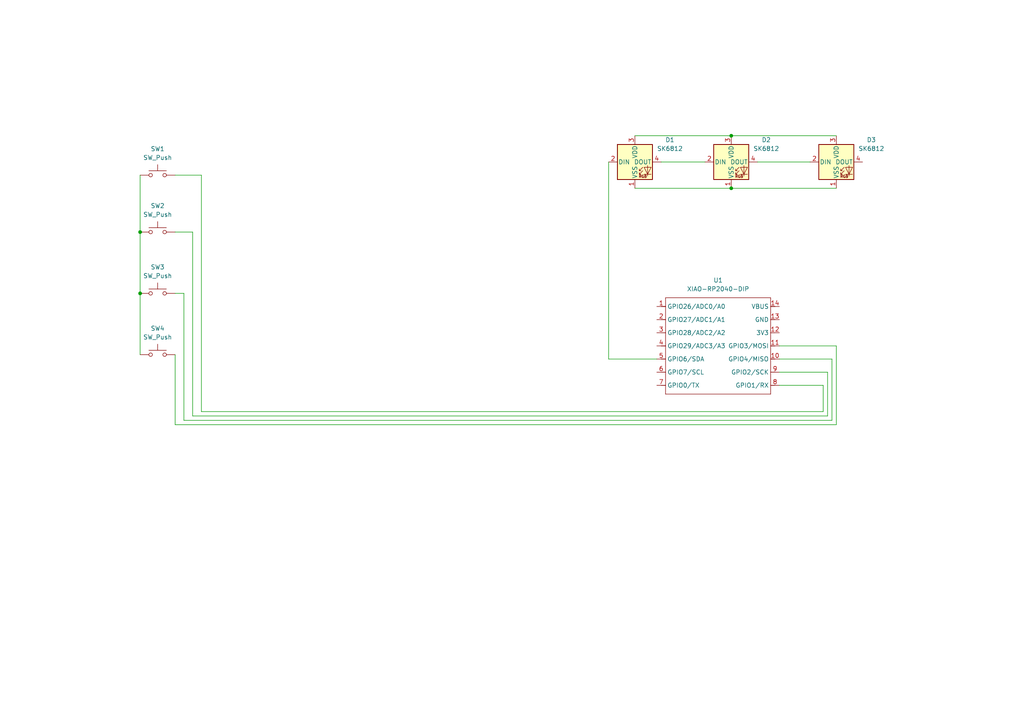
<source format=kicad_sch>
(kicad_sch
	(version 20250114)
	(generator "eeschema")
	(generator_version "9.0")
	(uuid "6be35190-8af3-464b-b098-1f060edcd2ee")
	(paper "A4")
	(lib_symbols
		(symbol "LED:SK6812"
			(pin_names
				(offset 0.254)
			)
			(exclude_from_sim no)
			(in_bom yes)
			(on_board yes)
			(property "Reference" "D"
				(at 5.08 5.715 0)
				(effects
					(font
						(size 1.27 1.27)
					)
					(justify right bottom)
				)
			)
			(property "Value" "SK6812"
				(at 1.27 -5.715 0)
				(effects
					(font
						(size 1.27 1.27)
					)
					(justify left top)
				)
			)
			(property "Footprint" "LED_SMD:LED_SK6812_PLCC4_5.0x5.0mm_P3.2mm"
				(at 1.27 -7.62 0)
				(effects
					(font
						(size 1.27 1.27)
					)
					(justify left top)
					(hide yes)
				)
			)
			(property "Datasheet" "https://cdn-shop.adafruit.com/product-files/1138/SK6812+LED+datasheet+.pdf"
				(at 2.54 -9.525 0)
				(effects
					(font
						(size 1.27 1.27)
					)
					(justify left top)
					(hide yes)
				)
			)
			(property "Description" "RGB LED with integrated controller"
				(at 0 0 0)
				(effects
					(font
						(size 1.27 1.27)
					)
					(hide yes)
				)
			)
			(property "ki_keywords" "RGB LED NeoPixel addressable"
				(at 0 0 0)
				(effects
					(font
						(size 1.27 1.27)
					)
					(hide yes)
				)
			)
			(property "ki_fp_filters" "LED*SK6812*PLCC*5.0x5.0mm*P3.2mm*"
				(at 0 0 0)
				(effects
					(font
						(size 1.27 1.27)
					)
					(hide yes)
				)
			)
			(symbol "SK6812_0_0"
				(text "RGB"
					(at 2.286 -4.191 0)
					(effects
						(font
							(size 0.762 0.762)
						)
					)
				)
			)
			(symbol "SK6812_0_1"
				(polyline
					(pts
						(xy 1.27 -2.54) (xy 1.778 -2.54)
					)
					(stroke
						(width 0)
						(type default)
					)
					(fill
						(type none)
					)
				)
				(polyline
					(pts
						(xy 1.27 -3.556) (xy 1.778 -3.556)
					)
					(stroke
						(width 0)
						(type default)
					)
					(fill
						(type none)
					)
				)
				(polyline
					(pts
						(xy 2.286 -1.524) (xy 1.27 -2.54) (xy 1.27 -2.032)
					)
					(stroke
						(width 0)
						(type default)
					)
					(fill
						(type none)
					)
				)
				(polyline
					(pts
						(xy 2.286 -2.54) (xy 1.27 -3.556) (xy 1.27 -3.048)
					)
					(stroke
						(width 0)
						(type default)
					)
					(fill
						(type none)
					)
				)
				(polyline
					(pts
						(xy 3.683 -1.016) (xy 3.683 -3.556) (xy 3.683 -4.064)
					)
					(stroke
						(width 0)
						(type default)
					)
					(fill
						(type none)
					)
				)
				(polyline
					(pts
						(xy 4.699 -1.524) (xy 2.667 -1.524) (xy 3.683 -3.556) (xy 4.699 -1.524)
					)
					(stroke
						(width 0)
						(type default)
					)
					(fill
						(type none)
					)
				)
				(polyline
					(pts
						(xy 4.699 -3.556) (xy 2.667 -3.556)
					)
					(stroke
						(width 0)
						(type default)
					)
					(fill
						(type none)
					)
				)
				(rectangle
					(start 5.08 5.08)
					(end -5.08 -5.08)
					(stroke
						(width 0.254)
						(type default)
					)
					(fill
						(type background)
					)
				)
			)
			(symbol "SK6812_1_1"
				(pin input line
					(at -7.62 0 0)
					(length 2.54)
					(name "DIN"
						(effects
							(font
								(size 1.27 1.27)
							)
						)
					)
					(number "2"
						(effects
							(font
								(size 1.27 1.27)
							)
						)
					)
				)
				(pin power_in line
					(at 0 7.62 270)
					(length 2.54)
					(name "VDD"
						(effects
							(font
								(size 1.27 1.27)
							)
						)
					)
					(number "3"
						(effects
							(font
								(size 1.27 1.27)
							)
						)
					)
				)
				(pin power_in line
					(at 0 -7.62 90)
					(length 2.54)
					(name "VSS"
						(effects
							(font
								(size 1.27 1.27)
							)
						)
					)
					(number "1"
						(effects
							(font
								(size 1.27 1.27)
							)
						)
					)
				)
				(pin output line
					(at 7.62 0 180)
					(length 2.54)
					(name "DOUT"
						(effects
							(font
								(size 1.27 1.27)
							)
						)
					)
					(number "4"
						(effects
							(font
								(size 1.27 1.27)
							)
						)
					)
				)
			)
			(embedded_fonts no)
		)
		(symbol "Seeed Studio XIAO:XIAO-RP2040-DIP"
			(exclude_from_sim no)
			(in_bom yes)
			(on_board yes)
			(property "Reference" "U"
				(at 0 0 0)
				(effects
					(font
						(size 1.27 1.27)
					)
				)
			)
			(property "Value" "XIAO-RP2040-DIP"
				(at 5.334 -1.778 0)
				(effects
					(font
						(size 1.27 1.27)
					)
				)
			)
			(property "Footprint" "Module:MOUDLE14P-XIAO-DIP-SMD"
				(at 14.478 -32.258 0)
				(effects
					(font
						(size 1.27 1.27)
					)
					(hide yes)
				)
			)
			(property "Datasheet" ""
				(at 0 0 0)
				(effects
					(font
						(size 1.27 1.27)
					)
					(hide yes)
				)
			)
			(property "Description" ""
				(at 0 0 0)
				(effects
					(font
						(size 1.27 1.27)
					)
					(hide yes)
				)
			)
			(symbol "XIAO-RP2040-DIP_1_0"
				(polyline
					(pts
						(xy -1.27 -2.54) (xy 29.21 -2.54)
					)
					(stroke
						(width 0.1524)
						(type solid)
					)
					(fill
						(type none)
					)
				)
				(polyline
					(pts
						(xy -1.27 -5.08) (xy -2.54 -5.08)
					)
					(stroke
						(width 0.1524)
						(type solid)
					)
					(fill
						(type none)
					)
				)
				(polyline
					(pts
						(xy -1.27 -5.08) (xy -1.27 -2.54)
					)
					(stroke
						(width 0.1524)
						(type solid)
					)
					(fill
						(type none)
					)
				)
				(polyline
					(pts
						(xy -1.27 -8.89) (xy -2.54 -8.89)
					)
					(stroke
						(width 0.1524)
						(type solid)
					)
					(fill
						(type none)
					)
				)
				(polyline
					(pts
						(xy -1.27 -8.89) (xy -1.27 -5.08)
					)
					(stroke
						(width 0.1524)
						(type solid)
					)
					(fill
						(type none)
					)
				)
				(polyline
					(pts
						(xy -1.27 -12.7) (xy -2.54 -12.7)
					)
					(stroke
						(width 0.1524)
						(type solid)
					)
					(fill
						(type none)
					)
				)
				(polyline
					(pts
						(xy -1.27 -12.7) (xy -1.27 -8.89)
					)
					(stroke
						(width 0.1524)
						(type solid)
					)
					(fill
						(type none)
					)
				)
				(polyline
					(pts
						(xy -1.27 -16.51) (xy -2.54 -16.51)
					)
					(stroke
						(width 0.1524)
						(type solid)
					)
					(fill
						(type none)
					)
				)
				(polyline
					(pts
						(xy -1.27 -16.51) (xy -1.27 -12.7)
					)
					(stroke
						(width 0.1524)
						(type solid)
					)
					(fill
						(type none)
					)
				)
				(polyline
					(pts
						(xy -1.27 -20.32) (xy -2.54 -20.32)
					)
					(stroke
						(width 0.1524)
						(type solid)
					)
					(fill
						(type none)
					)
				)
				(polyline
					(pts
						(xy -1.27 -24.13) (xy -2.54 -24.13)
					)
					(stroke
						(width 0.1524)
						(type solid)
					)
					(fill
						(type none)
					)
				)
				(polyline
					(pts
						(xy -1.27 -27.94) (xy -2.54 -27.94)
					)
					(stroke
						(width 0.1524)
						(type solid)
					)
					(fill
						(type none)
					)
				)
				(polyline
					(pts
						(xy -1.27 -30.48) (xy -1.27 -16.51)
					)
					(stroke
						(width 0.1524)
						(type solid)
					)
					(fill
						(type none)
					)
				)
				(polyline
					(pts
						(xy 29.21 -2.54) (xy 29.21 -5.08)
					)
					(stroke
						(width 0.1524)
						(type solid)
					)
					(fill
						(type none)
					)
				)
				(polyline
					(pts
						(xy 29.21 -5.08) (xy 29.21 -8.89)
					)
					(stroke
						(width 0.1524)
						(type solid)
					)
					(fill
						(type none)
					)
				)
				(polyline
					(pts
						(xy 29.21 -8.89) (xy 29.21 -12.7)
					)
					(stroke
						(width 0.1524)
						(type solid)
					)
					(fill
						(type none)
					)
				)
				(polyline
					(pts
						(xy 29.21 -12.7) (xy 29.21 -30.48)
					)
					(stroke
						(width 0.1524)
						(type solid)
					)
					(fill
						(type none)
					)
				)
				(polyline
					(pts
						(xy 29.21 -30.48) (xy -1.27 -30.48)
					)
					(stroke
						(width 0.1524)
						(type solid)
					)
					(fill
						(type none)
					)
				)
				(polyline
					(pts
						(xy 30.48 -5.08) (xy 29.21 -5.08)
					)
					(stroke
						(width 0.1524)
						(type solid)
					)
					(fill
						(type none)
					)
				)
				(polyline
					(pts
						(xy 30.48 -8.89) (xy 29.21 -8.89)
					)
					(stroke
						(width 0.1524)
						(type solid)
					)
					(fill
						(type none)
					)
				)
				(polyline
					(pts
						(xy 30.48 -12.7) (xy 29.21 -12.7)
					)
					(stroke
						(width 0.1524)
						(type solid)
					)
					(fill
						(type none)
					)
				)
				(polyline
					(pts
						(xy 30.48 -16.51) (xy 29.21 -16.51)
					)
					(stroke
						(width 0.1524)
						(type solid)
					)
					(fill
						(type none)
					)
				)
				(polyline
					(pts
						(xy 30.48 -20.32) (xy 29.21 -20.32)
					)
					(stroke
						(width 0.1524)
						(type solid)
					)
					(fill
						(type none)
					)
				)
				(polyline
					(pts
						(xy 30.48 -24.13) (xy 29.21 -24.13)
					)
					(stroke
						(width 0.1524)
						(type solid)
					)
					(fill
						(type none)
					)
				)
				(polyline
					(pts
						(xy 30.48 -27.94) (xy 29.21 -27.94)
					)
					(stroke
						(width 0.1524)
						(type solid)
					)
					(fill
						(type none)
					)
				)
				(pin passive line
					(at -3.81 -5.08 0)
					(length 2.54)
					(name "GPIO26/ADC0/A0"
						(effects
							(font
								(size 1.27 1.27)
							)
						)
					)
					(number "1"
						(effects
							(font
								(size 1.27 1.27)
							)
						)
					)
				)
				(pin passive line
					(at -3.81 -8.89 0)
					(length 2.54)
					(name "GPIO27/ADC1/A1"
						(effects
							(font
								(size 1.27 1.27)
							)
						)
					)
					(number "2"
						(effects
							(font
								(size 1.27 1.27)
							)
						)
					)
				)
				(pin passive line
					(at -3.81 -12.7 0)
					(length 2.54)
					(name "GPIO28/ADC2/A2"
						(effects
							(font
								(size 1.27 1.27)
							)
						)
					)
					(number "3"
						(effects
							(font
								(size 1.27 1.27)
							)
						)
					)
				)
				(pin passive line
					(at -3.81 -16.51 0)
					(length 2.54)
					(name "GPIO29/ADC3/A3"
						(effects
							(font
								(size 1.27 1.27)
							)
						)
					)
					(number "4"
						(effects
							(font
								(size 1.27 1.27)
							)
						)
					)
				)
				(pin passive line
					(at -3.81 -20.32 0)
					(length 2.54)
					(name "GPIO6/SDA"
						(effects
							(font
								(size 1.27 1.27)
							)
						)
					)
					(number "5"
						(effects
							(font
								(size 1.27 1.27)
							)
						)
					)
				)
				(pin passive line
					(at -3.81 -24.13 0)
					(length 2.54)
					(name "GPIO7/SCL"
						(effects
							(font
								(size 1.27 1.27)
							)
						)
					)
					(number "6"
						(effects
							(font
								(size 1.27 1.27)
							)
						)
					)
				)
				(pin passive line
					(at -3.81 -27.94 0)
					(length 2.54)
					(name "GPIO0/TX"
						(effects
							(font
								(size 1.27 1.27)
							)
						)
					)
					(number "7"
						(effects
							(font
								(size 1.27 1.27)
							)
						)
					)
				)
				(pin passive line
					(at 31.75 -5.08 180)
					(length 2.54)
					(name "VBUS"
						(effects
							(font
								(size 1.27 1.27)
							)
						)
					)
					(number "14"
						(effects
							(font
								(size 1.27 1.27)
							)
						)
					)
				)
				(pin passive line
					(at 31.75 -8.89 180)
					(length 2.54)
					(name "GND"
						(effects
							(font
								(size 1.27 1.27)
							)
						)
					)
					(number "13"
						(effects
							(font
								(size 1.27 1.27)
							)
						)
					)
				)
				(pin passive line
					(at 31.75 -12.7 180)
					(length 2.54)
					(name "3V3"
						(effects
							(font
								(size 1.27 1.27)
							)
						)
					)
					(number "12"
						(effects
							(font
								(size 1.27 1.27)
							)
						)
					)
				)
				(pin passive line
					(at 31.75 -16.51 180)
					(length 2.54)
					(name "GPIO3/MOSI"
						(effects
							(font
								(size 1.27 1.27)
							)
						)
					)
					(number "11"
						(effects
							(font
								(size 1.27 1.27)
							)
						)
					)
				)
				(pin passive line
					(at 31.75 -20.32 180)
					(length 2.54)
					(name "GPIO4/MISO"
						(effects
							(font
								(size 1.27 1.27)
							)
						)
					)
					(number "10"
						(effects
							(font
								(size 1.27 1.27)
							)
						)
					)
				)
				(pin passive line
					(at 31.75 -24.13 180)
					(length 2.54)
					(name "GPIO2/SCK"
						(effects
							(font
								(size 1.27 1.27)
							)
						)
					)
					(number "9"
						(effects
							(font
								(size 1.27 1.27)
							)
						)
					)
				)
				(pin passive line
					(at 31.75 -27.94 180)
					(length 2.54)
					(name "GPIO1/RX"
						(effects
							(font
								(size 1.27 1.27)
							)
						)
					)
					(number "8"
						(effects
							(font
								(size 1.27 1.27)
							)
						)
					)
				)
			)
			(embedded_fonts no)
		)
		(symbol "Switch:SW_Push"
			(pin_numbers
				(hide yes)
			)
			(pin_names
				(offset 1.016)
				(hide yes)
			)
			(exclude_from_sim no)
			(in_bom yes)
			(on_board yes)
			(property "Reference" "SW"
				(at 1.27 2.54 0)
				(effects
					(font
						(size 1.27 1.27)
					)
					(justify left)
				)
			)
			(property "Value" "SW_Push"
				(at 0 -1.524 0)
				(effects
					(font
						(size 1.27 1.27)
					)
				)
			)
			(property "Footprint" ""
				(at 0 5.08 0)
				(effects
					(font
						(size 1.27 1.27)
					)
					(hide yes)
				)
			)
			(property "Datasheet" "~"
				(at 0 5.08 0)
				(effects
					(font
						(size 1.27 1.27)
					)
					(hide yes)
				)
			)
			(property "Description" "Push button switch, generic, two pins"
				(at 0 0 0)
				(effects
					(font
						(size 1.27 1.27)
					)
					(hide yes)
				)
			)
			(property "ki_keywords" "switch normally-open pushbutton push-button"
				(at 0 0 0)
				(effects
					(font
						(size 1.27 1.27)
					)
					(hide yes)
				)
			)
			(symbol "SW_Push_0_1"
				(circle
					(center -2.032 0)
					(radius 0.508)
					(stroke
						(width 0)
						(type default)
					)
					(fill
						(type none)
					)
				)
				(polyline
					(pts
						(xy 0 1.27) (xy 0 3.048)
					)
					(stroke
						(width 0)
						(type default)
					)
					(fill
						(type none)
					)
				)
				(circle
					(center 2.032 0)
					(radius 0.508)
					(stroke
						(width 0)
						(type default)
					)
					(fill
						(type none)
					)
				)
				(polyline
					(pts
						(xy 2.54 1.27) (xy -2.54 1.27)
					)
					(stroke
						(width 0)
						(type default)
					)
					(fill
						(type none)
					)
				)
				(pin passive line
					(at -5.08 0 0)
					(length 2.54)
					(name "1"
						(effects
							(font
								(size 1.27 1.27)
							)
						)
					)
					(number "1"
						(effects
							(font
								(size 1.27 1.27)
							)
						)
					)
				)
				(pin passive line
					(at 5.08 0 180)
					(length 2.54)
					(name "2"
						(effects
							(font
								(size 1.27 1.27)
							)
						)
					)
					(number "2"
						(effects
							(font
								(size 1.27 1.27)
							)
						)
					)
				)
			)
			(embedded_fonts no)
		)
	)
	(junction
		(at 40.64 85.09)
		(diameter 0)
		(color 0 0 0 0)
		(uuid "52d94f34-7e48-4c31-9ca5-d075c7948ea1")
	)
	(junction
		(at 40.64 67.31)
		(diameter 0)
		(color 0 0 0 0)
		(uuid "7d977ae0-4d55-447f-bb93-8356a4b5f5e3")
	)
	(junction
		(at 212.09 39.37)
		(diameter 0)
		(color 0 0 0 0)
		(uuid "b9c469a0-d08b-4735-9f67-1e1ebdb486d0")
	)
	(junction
		(at 212.09 54.61)
		(diameter 0)
		(color 0 0 0 0)
		(uuid "eccbea9c-2bc7-40d9-845f-b6d3cf6fa610")
	)
	(wire
		(pts
			(xy 40.64 50.8) (xy 40.64 67.31)
		)
		(stroke
			(width 0)
			(type default)
		)
		(uuid "02f7b181-cbcd-4a2b-bf01-c96447ff3564")
	)
	(wire
		(pts
			(xy 50.8 67.31) (xy 55.88 67.31)
		)
		(stroke
			(width 0)
			(type default)
		)
		(uuid "030218dd-20f4-4944-b631-c5071e08d64d")
	)
	(wire
		(pts
			(xy 55.88 120.65) (xy 240.03 120.65)
		)
		(stroke
			(width 0)
			(type default)
		)
		(uuid "08c283e4-b65a-40a8-8392-8c43736bff11")
	)
	(wire
		(pts
			(xy 50.8 85.09) (xy 53.34 85.09)
		)
		(stroke
			(width 0)
			(type default)
		)
		(uuid "13ce581a-cf5f-4098-9f17-c6ef5c7b0f8a")
	)
	(wire
		(pts
			(xy 40.64 85.09) (xy 40.64 102.87)
		)
		(stroke
			(width 0)
			(type default)
		)
		(uuid "2df01c73-939a-4493-834f-7d31606d4b67")
	)
	(wire
		(pts
			(xy 53.34 121.92) (xy 241.3 121.92)
		)
		(stroke
			(width 0)
			(type default)
		)
		(uuid "2e8984b0-0698-404b-b4cc-2e9a7f882141")
	)
	(wire
		(pts
			(xy 50.8 102.87) (xy 50.8 123.19)
		)
		(stroke
			(width 0)
			(type default)
		)
		(uuid "30f7a628-039f-41ff-8ac8-fda9a92e42c9")
	)
	(wire
		(pts
			(xy 50.8 123.19) (xy 242.57 123.19)
		)
		(stroke
			(width 0)
			(type default)
		)
		(uuid "3d374d2a-6db0-4900-b512-ce447fcac0ce")
	)
	(wire
		(pts
			(xy 55.88 67.31) (xy 55.88 120.65)
		)
		(stroke
			(width 0)
			(type default)
		)
		(uuid "44da3dbd-bce3-4ef2-9181-db0be731132b")
	)
	(wire
		(pts
			(xy 238.76 119.38) (xy 238.76 111.76)
		)
		(stroke
			(width 0)
			(type default)
		)
		(uuid "48953f24-9cf7-430d-ad4a-60cb8f16e1ae")
	)
	(wire
		(pts
			(xy 176.53 46.99) (xy 176.53 104.14)
		)
		(stroke
			(width 0)
			(type default)
		)
		(uuid "4b246c2f-b2f8-4e11-9a13-8de47505846e")
	)
	(wire
		(pts
			(xy 240.03 107.95) (xy 226.06 107.95)
		)
		(stroke
			(width 0)
			(type default)
		)
		(uuid "537b0b9d-7cf5-4b91-9bb6-a341688d4482")
	)
	(wire
		(pts
			(xy 53.34 85.09) (xy 53.34 121.92)
		)
		(stroke
			(width 0)
			(type default)
		)
		(uuid "57b66182-677d-4605-b8ce-47b6324ab948")
	)
	(wire
		(pts
			(xy 58.42 50.8) (xy 58.42 119.38)
		)
		(stroke
			(width 0)
			(type default)
		)
		(uuid "5d4e3b97-c846-43d7-b519-f75eed95c843")
	)
	(wire
		(pts
			(xy 242.57 123.19) (xy 242.57 100.33)
		)
		(stroke
			(width 0)
			(type default)
		)
		(uuid "705bf33b-0943-43ef-8ee3-c7d5e140750d")
	)
	(wire
		(pts
			(xy 184.15 54.61) (xy 212.09 54.61)
		)
		(stroke
			(width 0)
			(type default)
		)
		(uuid "8bc41f82-f14c-49b6-9ab5-6a2dcf1daeba")
	)
	(wire
		(pts
			(xy 191.77 46.99) (xy 204.47 46.99)
		)
		(stroke
			(width 0)
			(type default)
		)
		(uuid "8bdf493f-b0be-474f-b479-c1942b046a70")
	)
	(wire
		(pts
			(xy 50.8 50.8) (xy 58.42 50.8)
		)
		(stroke
			(width 0)
			(type default)
		)
		(uuid "986073a0-c8d7-4579-b52d-aea1c6522eb9")
	)
	(wire
		(pts
			(xy 176.53 104.14) (xy 190.5 104.14)
		)
		(stroke
			(width 0)
			(type default)
		)
		(uuid "989f14a3-72fe-4e87-8333-206de4966b6c")
	)
	(wire
		(pts
			(xy 242.57 100.33) (xy 226.06 100.33)
		)
		(stroke
			(width 0)
			(type default)
		)
		(uuid "a0c72e71-234b-4379-88a5-e405bfbc07d9")
	)
	(wire
		(pts
			(xy 40.64 67.31) (xy 40.64 85.09)
		)
		(stroke
			(width 0)
			(type default)
		)
		(uuid "aa7a66c3-02ed-41bf-9baa-a46c27646e9d")
	)
	(wire
		(pts
			(xy 241.3 121.92) (xy 241.3 104.14)
		)
		(stroke
			(width 0)
			(type default)
		)
		(uuid "ad016505-9c52-42d4-8024-cff3ab8baca6")
	)
	(wire
		(pts
			(xy 184.15 39.37) (xy 212.09 39.37)
		)
		(stroke
			(width 0)
			(type default)
		)
		(uuid "b650ccc3-2c62-4c96-97a8-ec8a0901fc07")
	)
	(wire
		(pts
			(xy 226.06 104.14) (xy 241.3 104.14)
		)
		(stroke
			(width 0)
			(type default)
		)
		(uuid "bef0783f-c8c1-42e1-a23e-d7a94a9adf47")
	)
	(wire
		(pts
			(xy 58.42 119.38) (xy 238.76 119.38)
		)
		(stroke
			(width 0)
			(type default)
		)
		(uuid "bfaccaf4-0a77-4b0d-bacd-570b604747ce")
	)
	(wire
		(pts
			(xy 219.71 46.99) (xy 234.95 46.99)
		)
		(stroke
			(width 0)
			(type default)
		)
		(uuid "c578df22-9a52-471a-83a1-476ea31cc698")
	)
	(wire
		(pts
			(xy 238.76 111.76) (xy 226.06 111.76)
		)
		(stroke
			(width 0)
			(type default)
		)
		(uuid "c6afd45c-56c0-4083-8328-5b4111ab610c")
	)
	(wire
		(pts
			(xy 212.09 54.61) (xy 242.57 54.61)
		)
		(stroke
			(width 0)
			(type default)
		)
		(uuid "cc4d8c86-0f09-4339-9ed1-a9338e3d65bd")
	)
	(wire
		(pts
			(xy 240.03 120.65) (xy 240.03 107.95)
		)
		(stroke
			(width 0)
			(type default)
		)
		(uuid "cfadc0c7-2a5f-4a6e-8127-eef696a405d9")
	)
	(wire
		(pts
			(xy 212.09 39.37) (xy 242.57 39.37)
		)
		(stroke
			(width 0)
			(type default)
		)
		(uuid "e9e68b42-65b5-4e22-8e61-3b9c0f04e8a7")
	)
	(symbol
		(lib_id "Seeed Studio XIAO:XIAO-RP2040-DIP")
		(at 194.31 83.82 0)
		(unit 1)
		(exclude_from_sim no)
		(in_bom yes)
		(on_board yes)
		(dnp no)
		(fields_autoplaced yes)
		(uuid "0b56da83-491a-49a1-b4e8-4651e7a8105f")
		(property "Reference" "U1"
			(at 208.28 81.28 0)
			(effects
				(font
					(size 1.27 1.27)
				)
			)
		)
		(property "Value" "XIAO-RP2040-DIP"
			(at 208.28 83.82 0)
			(effects
				(font
					(size 1.27 1.27)
				)
			)
		)
		(property "Footprint" "Seeed Studio XIAO:XIAO-RP2040-DIP"
			(at 208.788 116.078 0)
			(effects
				(font
					(size 1.27 1.27)
				)
				(hide yes)
			)
		)
		(property "Datasheet" ""
			(at 194.31 83.82 0)
			(effects
				(font
					(size 1.27 1.27)
				)
				(hide yes)
			)
		)
		(property "Description" ""
			(at 194.31 83.82 0)
			(effects
				(font
					(size 1.27 1.27)
				)
				(hide yes)
			)
		)
		(pin "1"
			(uuid "9eb2f56f-98a9-4cc1-9e59-d1e4b43c1f79")
		)
		(pin "4"
			(uuid "8b48a057-cb82-414e-adc8-d938a6b2539c")
		)
		(pin "8"
			(uuid "2aeb2a5f-7c8e-4581-93ca-d8ef99021893")
		)
		(pin "3"
			(uuid "f11213d6-31ed-48fc-a601-d4f54c4ac8d3")
		)
		(pin "6"
			(uuid "08580fec-dba3-4c0d-b537-afcb8135dd2c")
		)
		(pin "5"
			(uuid "0cda5caa-3520-4a0f-81b0-3b756622afaf")
		)
		(pin "14"
			(uuid "6405cd8a-65e5-493b-93ca-ff23481e8555")
		)
		(pin "9"
			(uuid "c6c9cfde-9357-4bd6-ba1e-d5a6a51c4b55")
		)
		(pin "7"
			(uuid "47c7e115-6f92-4440-8c4d-23734deded62")
		)
		(pin "13"
			(uuid "381c9639-2ce3-4d20-a446-4a8460affec9")
		)
		(pin "12"
			(uuid "a9ce4d71-ad4d-4ccd-860b-7095088f0781")
		)
		(pin "10"
			(uuid "8a6ef44c-de02-4a2e-a455-0e1ff6dcd4de")
		)
		(pin "2"
			(uuid "103612c3-1922-4d31-9661-864fe2ff2b8c")
		)
		(pin "11"
			(uuid "dc0728e2-75e7-4f6e-9bf4-7ea64cdea408")
		)
		(instances
			(project ""
				(path "/6be35190-8af3-464b-b098-1f060edcd2ee"
					(reference "U1")
					(unit 1)
				)
			)
		)
	)
	(symbol
		(lib_id "LED:SK6812")
		(at 242.57 46.99 0)
		(unit 1)
		(exclude_from_sim no)
		(in_bom yes)
		(on_board yes)
		(dnp no)
		(fields_autoplaced yes)
		(uuid "0ca7413c-4ea1-4df6-a180-40271e919a6f")
		(property "Reference" "D3"
			(at 252.73 40.5698 0)
			(effects
				(font
					(size 1.27 1.27)
				)
			)
		)
		(property "Value" "SK6812"
			(at 252.73 43.1098 0)
			(effects
				(font
					(size 1.27 1.27)
				)
			)
		)
		(property "Footprint" "LED_SMD:LED_SK6812MINI_PLCC4_3.5x3.5mm_P1.75mm"
			(at 243.84 54.61 0)
			(effects
				(font
					(size 1.27 1.27)
				)
				(justify left top)
				(hide yes)
			)
		)
		(property "Datasheet" "https://cdn-shop.adafruit.com/product-files/1138/SK6812+LED+datasheet+.pdf"
			(at 245.11 56.515 0)
			(effects
				(font
					(size 1.27 1.27)
				)
				(justify left top)
				(hide yes)
			)
		)
		(property "Description" "RGB LED with integrated controller"
			(at 242.57 46.99 0)
			(effects
				(font
					(size 1.27 1.27)
				)
				(hide yes)
			)
		)
		(pin "1"
			(uuid "cb1711f7-dcfa-4585-8602-853758988bd6")
		)
		(pin "3"
			(uuid "20a37fad-1e2c-4660-9575-bb8cb9b9913d")
		)
		(pin "4"
			(uuid "65730a4b-e576-47de-bc97-bcdca538ea4b")
		)
		(pin "2"
			(uuid "251949c3-faab-4f84-bcc2-cb45b81d02ec")
		)
		(instances
			(project ""
				(path "/6be35190-8af3-464b-b098-1f060edcd2ee"
					(reference "D3")
					(unit 1)
				)
			)
		)
	)
	(symbol
		(lib_id "LED:SK6812")
		(at 212.09 46.99 0)
		(unit 1)
		(exclude_from_sim no)
		(in_bom yes)
		(on_board yes)
		(dnp no)
		(fields_autoplaced yes)
		(uuid "145f5d2a-194d-4c69-84f7-17410d59090c")
		(property "Reference" "D2"
			(at 222.25 40.5698 0)
			(effects
				(font
					(size 1.27 1.27)
				)
			)
		)
		(property "Value" "SK6812"
			(at 222.25 43.1098 0)
			(effects
				(font
					(size 1.27 1.27)
				)
			)
		)
		(property "Footprint" "LED_SMD:LED_SK6812MINI_PLCC4_3.5x3.5mm_P1.75mm"
			(at 213.36 54.61 0)
			(effects
				(font
					(size 1.27 1.27)
				)
				(justify left top)
				(hide yes)
			)
		)
		(property "Datasheet" "https://cdn-shop.adafruit.com/product-files/1138/SK6812+LED+datasheet+.pdf"
			(at 214.63 56.515 0)
			(effects
				(font
					(size 1.27 1.27)
				)
				(justify left top)
				(hide yes)
			)
		)
		(property "Description" "RGB LED with integrated controller"
			(at 212.09 46.99 0)
			(effects
				(font
					(size 1.27 1.27)
				)
				(hide yes)
			)
		)
		(pin "1"
			(uuid "cb1711f7-dcfa-4585-8602-853758988bd6")
		)
		(pin "3"
			(uuid "20a37fad-1e2c-4660-9575-bb8cb9b9913d")
		)
		(pin "4"
			(uuid "65730a4b-e576-47de-bc97-bcdca538ea4b")
		)
		(pin "2"
			(uuid "251949c3-faab-4f84-bcc2-cb45b81d02ec")
		)
		(instances
			(project ""
				(path "/6be35190-8af3-464b-b098-1f060edcd2ee"
					(reference "D2")
					(unit 1)
				)
			)
		)
	)
	(symbol
		(lib_id "Switch:SW_Push")
		(at 45.72 50.8 0)
		(unit 1)
		(exclude_from_sim no)
		(in_bom yes)
		(on_board yes)
		(dnp no)
		(fields_autoplaced yes)
		(uuid "17b0841d-6067-4226-a011-17ac74d9d05a")
		(property "Reference" "SW1"
			(at 45.72 43.18 0)
			(effects
				(font
					(size 1.27 1.27)
				)
			)
		)
		(property "Value" "SW_Push"
			(at 45.72 45.72 0)
			(effects
				(font
					(size 1.27 1.27)
				)
			)
		)
		(property "Footprint" "Button_Switch_Keyboard:SW_Cherry_MX_1.00u_PCB"
			(at 45.72 45.72 0)
			(effects
				(font
					(size 1.27 1.27)
				)
				(hide yes)
			)
		)
		(property "Datasheet" "~"
			(at 45.72 45.72 0)
			(effects
				(font
					(size 1.27 1.27)
				)
				(hide yes)
			)
		)
		(property "Description" "Push button switch, generic, two pins"
			(at 45.72 50.8 0)
			(effects
				(font
					(size 1.27 1.27)
				)
				(hide yes)
			)
		)
		(pin "2"
			(uuid "73c2440a-483a-4512-9851-b0c911c2fa03")
		)
		(pin "1"
			(uuid "fe8a8dda-1d2c-4554-85f3-2fc24c4ff2a3")
		)
		(instances
			(project ""
				(path "/6be35190-8af3-464b-b098-1f060edcd2ee"
					(reference "SW1")
					(unit 1)
				)
			)
		)
	)
	(symbol
		(lib_id "Switch:SW_Push")
		(at 45.72 102.87 0)
		(unit 1)
		(exclude_from_sim no)
		(in_bom yes)
		(on_board yes)
		(dnp no)
		(fields_autoplaced yes)
		(uuid "2f5b20cd-2cbe-4443-a6ef-1c6bc1e31080")
		(property "Reference" "SW4"
			(at 45.72 95.25 0)
			(effects
				(font
					(size 1.27 1.27)
				)
			)
		)
		(property "Value" "SW_Push"
			(at 45.72 97.79 0)
			(effects
				(font
					(size 1.27 1.27)
				)
			)
		)
		(property "Footprint" "Button_Switch_Keyboard:SW_Cherry_MX_1.00u_PCB"
			(at 45.72 97.79 0)
			(effects
				(font
					(size 1.27 1.27)
				)
				(hide yes)
			)
		)
		(property "Datasheet" "~"
			(at 45.72 97.79 0)
			(effects
				(font
					(size 1.27 1.27)
				)
				(hide yes)
			)
		)
		(property "Description" "Push button switch, generic, two pins"
			(at 45.72 102.87 0)
			(effects
				(font
					(size 1.27 1.27)
				)
				(hide yes)
			)
		)
		(pin "2"
			(uuid "73c2440a-483a-4512-9851-b0c911c2fa03")
		)
		(pin "1"
			(uuid "fe8a8dda-1d2c-4554-85f3-2fc24c4ff2a3")
		)
		(instances
			(project ""
				(path "/6be35190-8af3-464b-b098-1f060edcd2ee"
					(reference "SW4")
					(unit 1)
				)
			)
		)
	)
	(symbol
		(lib_id "LED:SK6812")
		(at 184.15 46.99 0)
		(unit 1)
		(exclude_from_sim no)
		(in_bom yes)
		(on_board yes)
		(dnp no)
		(fields_autoplaced yes)
		(uuid "9c0466fa-3ec4-4031-ba79-d61bea09aca1")
		(property "Reference" "D1"
			(at 194.31 40.5698 0)
			(effects
				(font
					(size 1.27 1.27)
				)
			)
		)
		(property "Value" "SK6812"
			(at 194.31 43.1098 0)
			(effects
				(font
					(size 1.27 1.27)
				)
			)
		)
		(property "Footprint" "LED_SMD:LED_SK6812MINI_PLCC4_3.5x3.5mm_P1.75mm"
			(at 185.42 54.61 0)
			(effects
				(font
					(size 1.27 1.27)
				)
				(justify left top)
				(hide yes)
			)
		)
		(property "Datasheet" "https://cdn-shop.adafruit.com/product-files/1138/SK6812+LED+datasheet+.pdf"
			(at 186.69 56.515 0)
			(effects
				(font
					(size 1.27 1.27)
				)
				(justify left top)
				(hide yes)
			)
		)
		(property "Description" "RGB LED with integrated controller"
			(at 184.15 46.99 0)
			(effects
				(font
					(size 1.27 1.27)
				)
				(hide yes)
			)
		)
		(pin "1"
			(uuid "cb1711f7-dcfa-4585-8602-853758988bd6")
		)
		(pin "3"
			(uuid "20a37fad-1e2c-4660-9575-bb8cb9b9913d")
		)
		(pin "4"
			(uuid "65730a4b-e576-47de-bc97-bcdca538ea4b")
		)
		(pin "2"
			(uuid "251949c3-faab-4f84-bcc2-cb45b81d02ec")
		)
		(instances
			(project ""
				(path "/6be35190-8af3-464b-b098-1f060edcd2ee"
					(reference "D1")
					(unit 1)
				)
			)
		)
	)
	(symbol
		(lib_id "Switch:SW_Push")
		(at 45.72 67.31 0)
		(unit 1)
		(exclude_from_sim no)
		(in_bom yes)
		(on_board yes)
		(dnp no)
		(fields_autoplaced yes)
		(uuid "b8740342-520e-47f2-8910-945628712208")
		(property "Reference" "SW2"
			(at 45.72 59.69 0)
			(effects
				(font
					(size 1.27 1.27)
				)
			)
		)
		(property "Value" "SW_Push"
			(at 45.72 62.23 0)
			(effects
				(font
					(size 1.27 1.27)
				)
			)
		)
		(property "Footprint" "Button_Switch_Keyboard:SW_Cherry_MX_1.00u_PCB"
			(at 45.72 62.23 0)
			(effects
				(font
					(size 1.27 1.27)
				)
				(hide yes)
			)
		)
		(property "Datasheet" "~"
			(at 45.72 62.23 0)
			(effects
				(font
					(size 1.27 1.27)
				)
				(hide yes)
			)
		)
		(property "Description" "Push button switch, generic, two pins"
			(at 45.72 67.31 0)
			(effects
				(font
					(size 1.27 1.27)
				)
				(hide yes)
			)
		)
		(pin "2"
			(uuid "73c2440a-483a-4512-9851-b0c911c2fa03")
		)
		(pin "1"
			(uuid "fe8a8dda-1d2c-4554-85f3-2fc24c4ff2a3")
		)
		(instances
			(project ""
				(path "/6be35190-8af3-464b-b098-1f060edcd2ee"
					(reference "SW2")
					(unit 1)
				)
			)
		)
	)
	(symbol
		(lib_id "Switch:SW_Push")
		(at 45.72 85.09 0)
		(unit 1)
		(exclude_from_sim no)
		(in_bom yes)
		(on_board yes)
		(dnp no)
		(fields_autoplaced yes)
		(uuid "e97c6735-e47d-4fd6-a8d1-973d1c8f68aa")
		(property "Reference" "SW3"
			(at 45.72 77.47 0)
			(effects
				(font
					(size 1.27 1.27)
				)
			)
		)
		(property "Value" "SW_Push"
			(at 45.72 80.01 0)
			(effects
				(font
					(size 1.27 1.27)
				)
			)
		)
		(property "Footprint" "Button_Switch_Keyboard:SW_Cherry_MX_1.00u_PCB"
			(at 45.72 80.01 0)
			(effects
				(font
					(size 1.27 1.27)
				)
				(hide yes)
			)
		)
		(property "Datasheet" "~"
			(at 45.72 80.01 0)
			(effects
				(font
					(size 1.27 1.27)
				)
				(hide yes)
			)
		)
		(property "Description" "Push button switch, generic, two pins"
			(at 45.72 85.09 0)
			(effects
				(font
					(size 1.27 1.27)
				)
				(hide yes)
			)
		)
		(pin "2"
			(uuid "73c2440a-483a-4512-9851-b0c911c2fa03")
		)
		(pin "1"
			(uuid "fe8a8dda-1d2c-4554-85f3-2fc24c4ff2a3")
		)
		(instances
			(project ""
				(path "/6be35190-8af3-464b-b098-1f060edcd2ee"
					(reference "SW3")
					(unit 1)
				)
			)
		)
	)
	(sheet_instances
		(path "/"
			(page "1")
		)
	)
	(embedded_fonts no)
)

</source>
